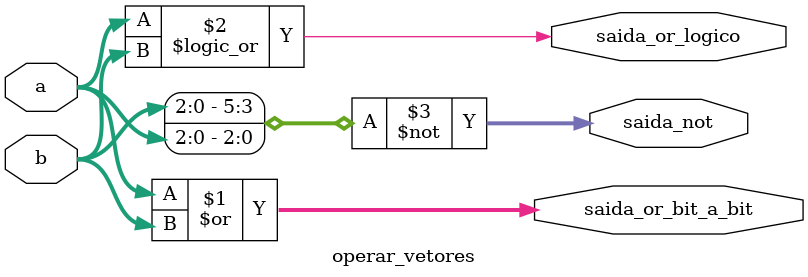
<source format=v>
module operar_vetores( 
    input [2:0] a,
    input [2:0] b,
    output [2:0] saida_or_bit_a_bit,
    output saida_or_logico,
    output [5:0] saida_not
);
	//insira seu código aqui
    assign saida_or_bit_a_bit = a | b;
    assign saida_or_logico    = a || b;
    assign saida_not          = ~{b, a};

endmodule
</source>
